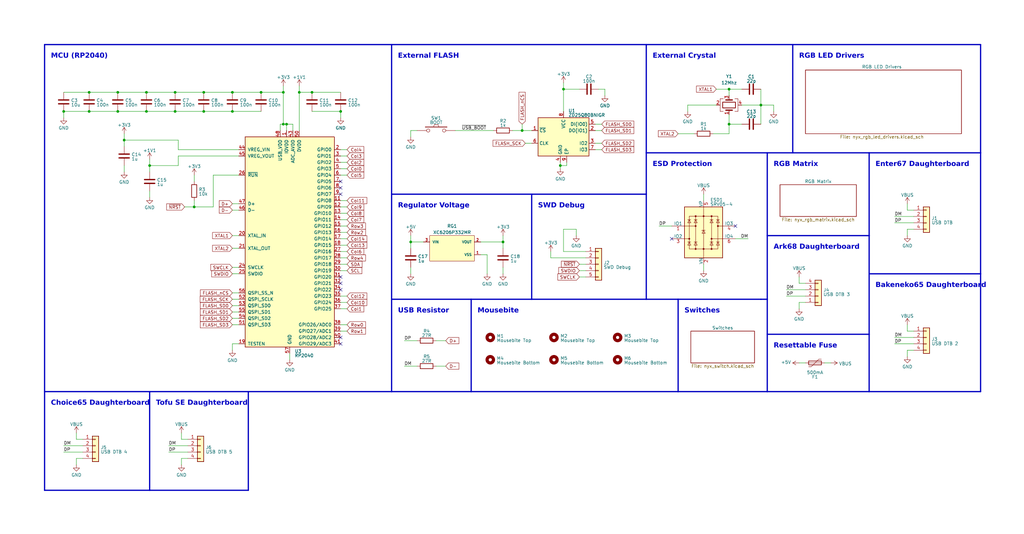
<source format=kicad_sch>
(kicad_sch (version 20220404) (generator eeschema)
  (paper "User" 408.508 213.004)
  (title_block (title "Nyx") (date "2023-08-05") (rev "2") (comment 1 "Copyright © 2023 HorrorTroll") (comment 2 "GPL2 License"))
  (junction (at 69.85 44.45))
  (junction (at 35.56 36.83))
  (junction (at 46.99 44.45))
  (junction (at 77.47 82.55))
  (junction (at 290.83 49.53))
  (junction (at 119.38 36.83))
  (junction (at 25.4 44.45))
  (junction (at 58.42 36.83))
  (junction (at 135.89 44.45))
  (junction (at 104.14 36.83))
  (junction (at 303.53 41.91))
  (junction (at 200.66 96.52))
  (junction (at 124.46 36.83))
  (junction (at 92.71 44.45))
  (junction (at 163.83 96.52))
  (junction (at 114.3 49.53))
  (junction (at 35.56 44.45))
  (junction (at 81.28 44.45))
  (junction (at 224.79 35.56))
  (junction (at 113.03 36.83))
  (junction (at 208.28 52.07))
  (junction (at 113.03 49.53))
  (junction (at 46.99 36.83))
  (junction (at 290.83 35.56))
  (junction (at 69.85 36.83))
  (junction (at 223.52 66.04))
  (junction (at 92.71 36.83))
  (junction (at 49.53 55.88))
  (junction (at 59.69 66.04))
  (junction (at 58.42 44.45))
  (junction (at 81.28 36.83))
  (no_connect (at 135.89 137.16))
  (no_connect (at 135.89 77.47))
  (no_connect (at 135.89 74.93))
  (no_connect (at 135.89 134.62))
  (no_connect (at 135.89 115.57))
  (no_connect (at 135.89 113.03))
  (no_connect (at 135.89 72.39))
  (no_connect (at 267.97 95.25))
  (no_connect (at 293.37 90.17))
  (no_connect (at 135.89 110.49))
  (polyline (pts (xy 257.81 60.96) (xy 257.81 17.78)) (stroke (width 0.5) (type solid)))
  (wire (pts (xy 135.89 95.25) (xy 138.43 95.25)))
  (wire (pts (xy 92.71 81.28) (xy 95.25 81.28)))
  (polyline (pts (xy 391.16 109.22) (xy 391.16 156.21)) (stroke (width 0.5) (type solid)))
  (wire (pts (xy 77.47 82.55) (xy 85.09 82.55)))
  (wire (pts (xy 33.02 175.26) (xy 30.48 175.26)))
  (wire (pts (xy 163.83 106.68) (xy 163.83 109.22)))
  (wire (pts (xy 224.79 35.56) (xy 231.14 35.56)))
  (wire (pts (xy 71.12 59.69) (xy 95.25 59.69)))
  (wire (pts (xy 72.39 172.72) (xy 72.39 175.26)))
  (polyline (pts (xy 303.53 119.38) (xy 306.07 119.38)) (stroke (width 0.5) (type solid)))
  (wire (pts (xy 58.42 36.83) (xy 69.85 36.83)))
  (wire (pts (xy 177.8 135.89) (xy 173.99 135.89)))
  (wire (pts (xy 135.89 129.54) (xy 138.43 129.54)))
  (wire (pts (xy 92.71 99.06) (xy 95.25 99.06)))
  (wire (pts (xy 33.02 182.88) (xy 30.48 182.88)))
  (wire (pts (xy 135.89 59.69) (xy 138.43 59.69)))
  (wire (pts (xy 361.95 81.28) (xy 361.95 83.82)))
  (polyline (pts (xy 17.78 156.21) (xy 17.78 195.58)) (stroke (width 0.5) (type solid)))
  (polyline (pts (xy 156.21 77.47) (xy 212.09 77.47)) (stroke (width 0.5) (type solid)))
  (wire (pts (xy 181.61 52.07) (xy 196.85 52.07)))
  (wire (pts (xy 119.38 36.83) (xy 124.46 36.83)))
  (wire (pts (xy 233.68 100.33) (xy 224.79 100.33)))
  (wire (pts (xy 204.47 52.07) (xy 208.28 52.07)))
  (polyline (pts (xy 17.78 17.78) (xy 156.21 17.78)) (stroke (width 0.5) (type solid)))
  (wire (pts (xy 30.48 182.88) (xy 30.48 185.42)))
  (wire (pts (xy 49.53 66.04) (xy 49.53 68.58)))
  (polyline (pts (xy 187.96 156.21) (xy 156.21 156.21)) (stroke (width 0.5) (type solid)))
  (wire (pts (xy 208.28 52.07) (xy 212.09 52.07)))
  (wire (pts (xy 318.77 120.65) (xy 318.77 123.19)))
  (wire (pts (xy 219.71 102.87) (xy 233.68 102.87)))
  (wire (pts (xy 92.71 116.84) (xy 95.25 116.84)))
  (wire (pts (xy 238.76 35.56) (xy 241.3 35.56)))
  (wire (pts (xy 237.49 57.15) (xy 240.03 57.15)))
  (wire (pts (xy 224.79 100.33) (xy 224.79 91.44)))
  (wire (pts (xy 135.89 120.65) (xy 138.43 120.65)))
  (wire (pts (xy 231.14 105.41) (xy 233.68 105.41)))
  (wire (pts (xy 114.3 49.53) (xy 114.3 52.07)))
  (polyline (pts (xy 187.96 119.38) (xy 156.21 119.38)) (stroke (width 0.5) (type solid)))
  (wire (pts (xy 313.69 115.57) (xy 321.31 115.57)))
  (wire (pts (xy 223.52 66.04) (xy 223.52 67.31)))
  (polyline (pts (xy 257.81 119.38) (xy 212.09 119.38)) (stroke (width 0.5) (type solid)))
  (wire (pts (xy 114.3 49.53) (xy 113.03 49.53)))
  (polyline (pts (xy 156.21 17.78) (xy 257.81 17.78)) (stroke (width 0.5) (type solid)))
  (wire (pts (xy 119.38 34.29) (xy 119.38 36.83)))
  (wire (pts (xy 223.52 66.04) (xy 226.06 66.04)))
  (wire (pts (xy 25.4 44.45) (xy 25.4 46.99)))
  (wire (pts (xy 231.14 107.95) (xy 233.68 107.95)))
  (wire (pts (xy 364.49 91.44) (xy 361.95 91.44)))
  (polyline (pts (xy 346.71 60.96) (xy 391.16 60.96)) (stroke (width 0.5) (type solid)))
  (wire (pts (xy 356.87 134.62) (xy 364.49 134.62)))
  (wire (pts (xy 138.43 80.01) (xy 135.89 80.01)))
  (wire (pts (xy 69.85 36.83) (xy 81.28 36.83)))
  (wire (pts (xy 92.71 119.38) (xy 95.25 119.38)))
  (wire (pts (xy 241.3 35.56) (xy 241.3 38.1)))
  (wire (pts (xy 92.71 121.92) (xy 95.25 121.92)))
  (wire (pts (xy 135.89 90.17) (xy 138.43 90.17)))
  (wire (pts (xy 92.71 36.83) (xy 104.14 36.83)))
  (polyline (pts (xy 156.21 77.47) (xy 156.21 17.78)) (stroke (width 0.5) (type solid)))
  (wire (pts (xy 200.66 96.52) (xy 200.66 99.06)))
  (wire (pts (xy 226.06 66.04) (xy 226.06 64.77)))
  (wire (pts (xy 25.4 36.83) (xy 35.56 36.83)))
  (wire (pts (xy 191.77 96.52) (xy 200.66 96.52)))
  (wire (pts (xy 290.83 35.56) (xy 290.83 38.1)))
  (polyline (pts (xy 17.78 156.21) (xy 17.78 17.78)) (stroke (width 0.5) (type solid)))
  (wire (pts (xy 72.39 182.88) (xy 72.39 185.42)))
  (polyline (pts (xy 257.81 77.47) (xy 257.81 60.96)) (stroke (width 0.5) (type solid)))
  (wire (pts (xy 85.09 82.55) (xy 85.09 69.85)))
  (wire (pts (xy 73.66 82.55) (xy 77.47 82.55)))
  (wire (pts (xy 274.32 41.91) (xy 285.75 41.91)))
  (wire (pts (xy 280.67 77.47) (xy 280.67 80.01)))
  (wire (pts (xy 200.66 106.68) (xy 200.66 109.22)))
  (wire (pts (xy 364.49 139.7) (xy 361.95 139.7)))
  (wire (pts (xy 135.89 118.11) (xy 138.43 118.11)))
  (wire (pts (xy 95.25 137.16) (xy 92.71 137.16)))
  (wire (pts (xy 77.47 82.55) (xy 77.47 80.01)))
  (polyline (pts (xy 17.78 195.58) (xy 59.69 195.58)) (stroke (width 0.5) (type solid)))
  (wire (pts (xy 49.53 55.88) (xy 49.53 58.42)))
  (polyline (pts (xy 270.51 156.21) (xy 187.96 156.21)) (stroke (width 0.5) (type solid)))
  (wire (pts (xy 318.77 144.78) (xy 321.31 144.78)))
  (wire (pts (xy 194.31 101.6) (xy 194.31 109.22)))
  (wire (pts (xy 135.89 123.19) (xy 138.43 123.19)))
  (wire (pts (xy 92.71 83.82) (xy 95.25 83.82)))
  (wire (pts (xy 67.31 177.8) (xy 74.93 177.8)))
  (wire (pts (xy 25.4 177.8) (xy 33.02 177.8)))
  (wire (pts (xy 356.87 137.16) (xy 364.49 137.16)))
  (polyline (pts (xy 391.16 17.78) (xy 391.16 60.96)) (stroke (width 0.5) (type solid)))
  (wire (pts (xy 237.49 49.53) (xy 240.03 49.53)))
  (wire (pts (xy 209.55 57.15) (xy 212.09 57.15)))
  (polyline (pts (xy 270.51 119.38) (xy 257.81 119.38)) (stroke (width 0.5) (type solid)))
  (wire (pts (xy 81.28 36.83) (xy 92.71 36.83)))
  (wire (pts (xy 313.69 118.11) (xy 321.31 118.11)))
  (wire (pts (xy 25.4 44.45) (xy 35.56 44.45)))
  (wire (pts (xy 77.47 69.85) (xy 77.47 72.39)))
  (wire (pts (xy 280.67 105.41) (xy 280.67 107.95)))
  (wire (pts (xy 361.95 129.54) (xy 361.95 132.08)))
  (wire (pts (xy 284.48 53.34) (xy 290.83 53.34)))
  (wire (pts (xy 92.71 124.46) (xy 95.25 124.46)))
  (wire (pts (xy 135.89 85.09) (xy 138.43 85.09)))
  (wire (pts (xy 135.89 100.33) (xy 138.43 100.33)))
  (wire (pts (xy 318.77 110.49) (xy 318.77 113.03)))
  (wire (pts (xy 177.8 146.05) (xy 173.99 146.05)))
  (wire (pts (xy 59.69 66.04) (xy 71.12 66.04)))
  (wire (pts (xy 135.89 64.77) (xy 138.43 64.77)))
  (wire (pts (xy 295.91 41.91) (xy 303.53 41.91)))
  (polyline (pts (xy 270.51 156.21) (xy 270.51 119.38)) (stroke (width 0.5) (type solid)))
  (wire (pts (xy 163.83 96.52) (xy 168.91 96.52)))
  (wire (pts (xy 208.28 49.53) (xy 208.28 52.07)))
  (wire (pts (xy 135.89 82.55) (xy 138.43 82.55)))
  (wire (pts (xy 35.56 36.83) (xy 46.99 36.83)))
  (polyline (pts (xy 346.71 93.98) (xy 346.71 60.96)) (stroke (width 0.5) (type solid)))
  (wire (pts (xy 318.77 113.03) (xy 321.31 113.03)))
  (wire (pts (xy 161.29 135.89) (xy 166.37 135.89)))
  (polyline (pts (xy 391.16 109.22) (xy 346.71 109.22)) (stroke (width 0.5) (type solid)))
  (wire (pts (xy 163.83 52.07) (xy 163.83 54.61)))
  (wire (pts (xy 59.69 66.04) (xy 59.69 63.5)))
  (wire (pts (xy 113.03 49.53) (xy 111.76 49.53)))
  (wire (pts (xy 92.71 109.22) (xy 95.25 109.22)))
  (wire (pts (xy 135.89 87.63) (xy 138.43 87.63)))
  (wire (pts (xy 191.77 101.6) (xy 194.31 101.6)))
  (wire (pts (xy 328.93 144.78) (xy 331.47 144.78)))
  (polyline (pts (xy 391.16 60.96) (xy 391.16 109.22)) (stroke (width 0.5) (type solid)))
  (wire (pts (xy 115.57 140.97) (xy 115.57 143.51)))
  (wire (pts (xy 35.56 44.45) (xy 46.99 44.45)))
  (wire (pts (xy 290.83 53.34) (xy 290.83 49.53)))
  (polyline (pts (xy 316.23 60.96) (xy 257.81 60.96)) (stroke (width 0.5) (type solid)))
  (wire (pts (xy 92.71 127) (xy 95.25 127)))
  (wire (pts (xy 92.71 137.16) (xy 92.71 139.7)))
  (polyline (pts (xy 391.16 17.78) (xy 316.23 17.78)) (stroke (width 0.5) (type solid)))
  (wire (pts (xy 361.95 91.44) (xy 361.95 93.98)))
  (wire (pts (xy 219.71 100.33) (xy 219.71 102.87)))
  (wire (pts (xy 71.12 55.88) (xy 71.12 59.69)))
  (polyline (pts (xy 346.71 156.21) (xy 346.71 133.35)) (stroke (width 0.5) (type solid)))
  (polyline (pts (xy 156.21 156.21) (xy 156.21 119.38)) (stroke (width 0.5) (type solid)))
  (wire (pts (xy 81.28 44.45) (xy 92.71 44.45)))
  (wire (pts (xy 224.79 33.02) (xy 224.79 35.56)))
  (polyline (pts (xy 306.07 119.38) (xy 306.07 156.21)) (stroke (width 0.5) (type solid)))
  (wire (pts (xy 59.69 66.04) (xy 59.69 68.58)))
  (wire (pts (xy 119.38 36.83) (xy 119.38 52.07)))
  (wire (pts (xy 293.37 95.25) (xy 298.45 95.25)))
  (wire (pts (xy 356.87 88.9) (xy 364.49 88.9)))
  (wire (pts (xy 49.53 53.34) (xy 49.53 55.88)))
  (wire (pts (xy 135.89 132.08) (xy 138.43 132.08)))
  (wire (pts (xy 303.53 41.91) (xy 308.61 41.91)))
  (polyline (pts (xy 212.09 119.38) (xy 212.09 77.47)) (stroke (width 0.5) (type solid)))
  (wire (pts (xy 135.89 67.31) (xy 138.43 67.31)))
  (wire (pts (xy 237.49 59.69) (xy 240.03 59.69)))
  (wire (pts (xy 223.52 66.04) (xy 223.52 64.77)))
  (wire (pts (xy 71.12 66.04) (xy 71.12 62.23)))
  (wire (pts (xy 135.89 92.71) (xy 138.43 92.71)))
  (wire (pts (xy 46.99 44.45) (xy 58.42 44.45)))
  (polyline (pts (xy 316.23 17.78) (xy 257.81 17.78)) (stroke (width 0.5) (type solid)))
  (wire (pts (xy 231.14 110.49) (xy 233.68 110.49)))
  (wire (pts (xy 290.83 45.72) (xy 290.83 49.53)))
  (polyline (pts (xy 346.71 60.96) (xy 316.23 60.96)) (stroke (width 0.5) (type solid)))
  (wire (pts (xy 135.89 97.79) (xy 138.43 97.79)))
  (polyline (pts (xy 156.21 156.21) (xy 17.78 156.21)) (stroke (width 0.5) (type solid)))
  (wire (pts (xy 308.61 41.91) (xy 308.61 44.45)))
  (wire (pts (xy 74.93 175.26) (xy 72.39 175.26)))
  (polyline (pts (xy 99.06 195.58) (xy 99.06 156.21)) (stroke (width 0.5) (type solid)))
  (polyline (pts (xy 156.21 119.38) (xy 156.21 77.47)) (stroke (width 0.5) (type solid)))
  (polyline (pts (xy 59.69 195.58) (xy 99.06 195.58)) (stroke (width 0.5) (type solid)))
  (wire (pts (xy 92.71 106.68) (xy 95.25 106.68)))
  (wire (pts (xy 290.83 35.56) (xy 295.91 35.56)))
  (wire (pts (xy 113.03 36.83) (xy 113.03 49.53)))
  (wire (pts (xy 163.83 93.98) (xy 163.83 96.52)))
  (wire (pts (xy 224.79 35.56) (xy 224.79 44.45)))
  (wire (pts (xy 74.93 182.88) (xy 72.39 182.88)))
  (wire (pts (xy 135.89 69.85) (xy 138.43 69.85)))
  (wire (pts (xy 92.71 44.45) (xy 104.14 44.45)))
  (wire (pts (xy 321.31 120.65) (xy 318.77 120.65)))
  (polyline (pts (xy 59.69 195.58) (xy 59.69 156.21)) (stroke (width 0.5) (type solid)))
  (polyline (pts (xy 306.07 93.98) (xy 306.07 60.96)) (stroke (width 0.5) (type solid)))
  (wire (pts (xy 49.53 55.88) (xy 71.12 55.88)))
  (wire (pts (xy 92.71 93.98) (xy 95.25 93.98)))
  (wire (pts (xy 58.42 44.45) (xy 69.85 44.45)))
  (wire (pts (xy 200.66 93.98) (xy 200.66 96.52)))
  (wire (pts (xy 224.79 91.44) (xy 229.87 91.44)))
  (wire (pts (xy 303.53 35.56) (xy 303.53 41.91)))
  (wire (pts (xy 356.87 86.36) (xy 364.49 86.36)))
  (polyline (pts (xy 346.71 93.98) (xy 306.07 93.98)) (stroke (width 0.5) (type solid)))
  (wire (pts (xy 135.89 102.87) (xy 138.43 102.87)))
  (wire (pts (xy 135.89 105.41) (xy 138.43 105.41)))
  (wire (pts (xy 285.75 35.56) (xy 290.83 35.56)))
  (wire (pts (xy 364.49 132.08) (xy 361.95 132.08)))
  (polyline (pts (xy 346.71 156.21) (xy 391.16 156.21)) (stroke (width 0.5) (type solid)))
  (wire (pts (xy 69.85 44.45) (xy 81.28 44.45)))
  (wire (pts (xy 364.49 83.82) (xy 361.95 83.82)))
  (wire (pts (xy 361.95 139.7) (xy 361.95 142.24)))
  (wire (pts (xy 274.32 41.91) (xy 274.32 44.45)))
  (wire (pts (xy 290.83 49.53) (xy 295.91 49.53)))
  (wire (pts (xy 270.51 53.34) (xy 276.86 53.34)))
  (polyline (pts (xy 212.09 119.38) (xy 187.96 119.38)) (stroke (width 0.5) (type solid)))
  (polyline (pts (xy 316.23 60.96) (xy 316.23 17.78)) (stroke (width 0.5) (type solid)))
  (polyline (pts (xy 346.71 156.21) (xy 306.07 156.21)) (stroke (width 0.5) (type solid)))
  (wire (pts (xy 25.4 180.34) (xy 33.02 180.34)))
  (wire (pts (xy 163.83 96.52) (xy 163.83 99.06)))
  (wire (pts (xy 46.99 36.83) (xy 58.42 36.83)))
  (polyline (pts (xy 257.81 119.38) (xy 257.81 77.47)) (stroke (width 0.5) (type solid)))
  (wire (pts (xy 30.48 172.72) (xy 30.48 175.26)))
  (wire (pts (xy 92.71 129.54) (xy 95.25 129.54)))
  (polyline (pts (xy 306.07 119.38) (xy 306.07 93.98)) (stroke (width 0.5) (type solid)))
  (polyline (pts (xy 270.51 119.38) (xy 303.53 119.38)) (stroke (width 0.5) (type solid)))
  (wire (pts (xy 135.89 62.23) (xy 138.43 62.23)))
  (wire (pts (xy 229.87 91.44) (xy 229.87 93.98)))
  (wire (pts (xy 67.31 180.34) (xy 74.93 180.34)))
  (wire (pts (xy 71.12 62.23) (xy 95.25 62.23)))
  (wire (pts (xy 135.89 44.45) (xy 135.89 46.99)))
  (wire (pts (xy 116.84 49.53) (xy 114.3 49.53)))
  (wire (pts (xy 104.14 36.83) (xy 113.03 36.83)))
  (wire (pts (xy 59.69 76.2) (xy 59.69 78.74)))
  (wire (pts (xy 262.89 90.17) (xy 267.97 90.17)))
  (wire (pts (xy 135.89 107.95) (xy 138.43 107.95)))
  (wire (pts (xy 161.29 146.05) (xy 166.37 146.05)))
  (wire (pts (xy 124.46 44.45) (xy 135.89 44.45)))
  (wire (pts (xy 166.37 52.07) (xy 163.83 52.07)))
  (polyline (pts (xy 187.96 156.21) (xy 187.96 119.38)) (stroke (width 0.5) (type solid)))
  (wire (pts (xy 124.46 36.83) (xy 135.89 36.83)))
  (wire (pts (xy 237.49 52.07) (xy 240.03 52.07)))
  (polyline (pts (xy 306.07 156.21) (xy 270.51 156.21)) (stroke (width 0.5) (type solid)))
  (wire (pts (xy 116.84 52.07) (xy 116.84 49.53)))
  (polyline (pts (xy 257.81 77.47) (xy 212.09 77.47)) (stroke (width 0.5) (type solid)))
  (wire (pts (xy 85.09 69.85) (xy 95.25 69.85)))
  (polyline (pts (xy 346.71 133.35) (xy 346.71 93.98)) (stroke (width 0.5) (type solid)))
  (polyline (pts (xy 346.71 133.35) (xy 306.07 133.35)) (stroke (width 0.5) (type solid)))
  (wire (pts (xy 111.76 49.53) (xy 111.76 52.07)))
  (wire (pts (xy 113.03 34.29) (xy 113.03 36.83)))
  (wire (pts (xy 303.53 41.91) (xy 303.53 49.53)))
  (text "Switches" (at 273.05 125.73 0) (effects (font (size 2 2) (thickness 0.4) bold) (justify left bottom)))
  (text "Enter67 Daughterboard" (at 349.25 67.31 0) (effects (font (size 2 2) (thickness 0.4) bold) (justify left bottom)))
  (text "MCU (RP2040)" (at 20.32 24.13 0) (effects (font (size 2 2) (thickness 0.4) bold) (justify left bottom)))
  (text "External Crystal" (at 260.35 24.13 0) (effects (font (size 2 2) (thickness 0.4) bold) (justify left bottom)))
  (text "RGB Matrix" (at 308.61 67.31 0) (effects (font (size 2 2) (thickness 0.4) bold) (justify left bottom)))
  (text "USB Resistor" (at 158.75 125.73 0) (effects (font (size 2 2) (thickness 0.4) bold) (justify left bottom)))
  (text "Choice65 Daughterboard" (at 20.32 162.56 0) (effects (font (size 2 2) (thickness 0.4) bold) (justify left bottom)))
  (text "Mousebite" (at 190.5 125.73 0) (effects (font (size 2 2) (thickness 0.4) bold) (justify left bottom)))
  (text "Bakeneko65 Daughterboard" (at 349.25 115.57 0) (effects (font (size 2 2) (thickness 0.4) bold) (justify left bottom)))
  (text "Resettable Fuse" (at 308.61 139.7 0) (effects (font (size 2 2) (thickness 0.4) bold) (justify left bottom)))
  (text "ESD Protection" (at 260.35 67.31 0) (effects (font (size 2 2) (thickness 0.4) bold) (justify left bottom)))
  (text "Tofu SE Daughterboard" (at 62.23 162.56 0) (effects (font (size 2 2) (thickness 0.4) bold) (justify left bottom)))
  (text "Ark68 Daughterboard" (at 308.61 100.33 0) (effects (font (size 2 2) (thickness 0.4) bold) (justify left bottom)))
  (text "RGB LED Drivers" (at 318.77 24.13 0) (effects (font (size 2 2) (thickness 0.4) bold) (justify left bottom)))
  (text "SWD Debug" (at 214.63 83.82 0) (effects (font (size 2 2) (thickness 0.4) bold) (justify left bottom)))
  (text "Regulator Voltage" (at 158.75 83.82 0) (effects (font (size 2 2) (thickness 0.4) bold) (justify left bottom)))
  (text "External FLASH" (at 158.75 24.13 0) (effects (font (size 2 2) (thickness 0.4) bold) (justify left bottom)))
  (label "DM" (at 356.87 86.36 0))
  (label "DP" (at 262.89 90.17 0))
  (label "DP" (at 67.31 180.34 0))
  (label "DM" (at 161.29 146.05 0))
  (label "DP" (at 356.87 137.16 0))
  (label "DP" (at 356.87 88.9 0))
  (label "~{USB_BOOT}" (at 184.15 52.07 0))
  (label "DM" (at 298.45 95.25 0))
  (label "DP" (at 161.29 135.89 0))
  (label "DM" (at 25.4 177.8 0))
  (label "DM" (at 356.87 134.62 0))
  (label "DP" (at 313.69 118.11 0))
  (label "DM" (at 313.69 115.57 0))
  (label "DM" (at 67.31 177.8 0))
  (label "DP" (at 25.4 180.34 0))
  (global_label "SWDIO" (shape input) (at 92.71 109.22 180) (property "Intersheetrefs" "${INTERSHEET_REFS}" (effects hide)))
  (global_label "Row0" (shape input) (at 138.43 129.54 0) (property "Intersheetrefs" "${INTERSHEET_REFS}" (effects hide)))
  (global_label "Col13" (shape input) (at 138.43 97.79 0) (property "Intersheetrefs" "${INTERSHEET_REFS}" (effects hide)))
  (global_label "Col3" (shape input) (at 138.43 62.23 0) (property "Intersheetrefs" "${INTERSHEET_REFS}" (effects hide)))
  (global_label "FLASH_SCK" (shape input) (at 209.55 57.15 180) (property "Intersheetrefs" "${INTERSHEET_REFS}" (effects hide)))
  (global_label "FLASH_SD1" (shape input) (at 92.71 124.46 180) (property "Intersheetrefs" "${INTERSHEET_REFS}" (effects hide)))
  (global_label "Col7" (shape input) (at 138.43 87.63 0) (property "Intersheetrefs" "${INTERSHEET_REFS}" (effects hide)))
  (global_label "FLASH_SD3" (shape input) (at 92.71 129.54 180) (property "Intersheetrefs" "${INTERSHEET_REFS}" (effects hide)))
  (global_label "Col12" (shape input) (at 138.43 118.11 0) (property "Intersheetrefs" "${INTERSHEET_REFS}" (effects hide)))
  (global_label "Col11" (shape input) (at 138.43 80.01 0) (property "Intersheetrefs" "${INTERSHEET_REFS}" (effects hide)))
  (global_label "Col10" (shape input) (at 138.43 120.65 0) (property "Intersheetrefs" "${INTERSHEET_REFS}" (effects hide)))
  (global_label "XTAL1" (shape input) (at 285.75 35.56 180) (property "Intersheetrefs" "${INTERSHEET_REFS}" (effects hide)))
  (global_label "~{NRST}" (shape input) (at 73.66 82.55 180) (property "Intersheetrefs" "${INTERSHEET_REFS}" (effects hide)))
  (global_label "XTAL1" (shape input) (at 92.71 93.98 180) (property "Intersheetrefs" "${INTERSHEET_REFS}" (effects hide)))
  (global_label "FLASH_SD2" (shape input) (at 92.71 127 180) (property "Intersheetrefs" "${INTERSHEET_REFS}" (effects hide)))
  (global_label "FLASH_SD3" (shape input) (at 240.03 59.69 0) (property "Intersheetrefs" "${INTERSHEET_REFS}" (effects hide)))
  (global_label "Col6" (shape input) (at 138.43 100.33 0) (property "Intersheetrefs" "${INTERSHEET_REFS}" (effects hide)))
  (global_label "Row4" (shape input) (at 138.43 102.87 0) (property "Intersheetrefs" "${INTERSHEET_REFS}" (effects hide)))
  (global_label "D+" (shape input) (at 92.71 81.28 180) (property "Intersheetrefs" "${INTERSHEET_REFS}" (effects hide)))
  (global_label "FLASH_SD0" (shape input) (at 92.71 121.92 180) (property "Intersheetrefs" "${INTERSHEET_REFS}" (effects hide)))
  (global_label "FLASH_SD2" (shape input) (at 240.03 57.15 0) (property "Intersheetrefs" "${INTERSHEET_REFS}" (effects hide)))
  (global_label "SWDIO" (shape input) (at 231.14 107.95 180) (property "Intersheetrefs" "${INTERSHEET_REFS}" (effects hide)))
  (global_label "D-" (shape input) (at 177.8 146.05 0) (property "Intersheet References" "${INTERSHEET_REFS}" (effects hide)))
  (global_label "Row2" (shape input) (at 138.43 92.71 0) (property "Intersheetrefs" "${INTERSHEET_REFS}" (effects hide)))
  (global_label "FLASH_SD0" (shape input) (at 240.03 49.53 0) (property "Intersheetrefs" "${INTERSHEET_REFS}" (effects hide)))
  (global_label "Col4" (shape input) (at 138.43 59.69 0) (property "Intersheetrefs" "${INTERSHEET_REFS}" (effects hide)))
  (global_label "Row3" (shape input) (at 138.43 90.17 0) (property "Intersheetrefs" "${INTERSHEET_REFS}" (effects hide)))
  (global_label "Col2" (shape input) (at 138.43 64.77 0) (property "Intersheetrefs" "${INTERSHEET_REFS}" (effects hide)))
  (global_label "XTAL2" (shape input) (at 270.51 53.34 180) (property "Intersheetrefs" "${INTERSHEET_REFS}" (effects hide)))
  (global_label "SWCLK" (shape input) (at 231.14 110.49 180) (property "Intersheetrefs" "${INTERSHEET_REFS}" (effects hide)))
  (global_label "XTAL2" (shape input) (at 92.71 99.06 180) (property "Intersheetrefs" "${INTERSHEET_REFS}" (effects hide)))
  (global_label "FLASH_SD1" (shape input) (at 240.03 52.07 0) (property "Intersheetrefs" "${INTERSHEET_REFS}" (effects hide)))
  (global_label "~{NRST}" (shape input) (at 231.14 105.41 180) (property "Intersheetrefs" "${INTERSHEET_REFS}" (effects hide)))
  (global_label "Col9" (shape input) (at 138.43 82.55 0) (property "Intersheetrefs" "${INTERSHEET_REFS}" (effects hide)))
  (global_label "Col5" (shape input) (at 138.43 69.85 0) (property "Intersheetrefs" "${INTERSHEET_REFS}" (effects hide)))
  (global_label "SWCLK" (shape input) (at 92.71 106.68 180) (property "Intersheetrefs" "${INTERSHEET_REFS}" (effects hide)))
  (global_label "Col1" (shape input) (at 138.43 123.19 0) (property "Intersheetrefs" "${INTERSHEET_REFS}" (effects hide)))
  (global_label "SDA" (shape input) (at 138.43 105.41 0) (property "Intersheetrefs" "${INTERSHEET_REFS}" (effects hide)))
  (global_label "D+" (shape input) (at 177.8 135.89 0) (property "Intersheet References" "${INTERSHEET_REFS}" (effects hide)))
  (global_label "FLASH_SCK" (shape input) (at 92.71 119.38 180) (property "Intersheetrefs" "${INTERSHEET_REFS}" (effects hide)))
  (global_label "D-" (shape input) (at 92.71 83.82 180) (property "Intersheetrefs" "${INTERSHEET_REFS}" (effects hide)))
  (global_label "Row1" (shape input) (at 138.43 132.08 0) (property "Intersheetrefs" "${INTERSHEET_REFS}" (effects hide)))
  (global_label "FLASH_nCS" (shape input) (at 92.71 116.84 180) (property "Intersheetrefs" "${INTERSHEET_REFS}" (effects hide)))
  (global_label "Col0" (shape input) (at 138.43 67.31 0) (property "Intersheetrefs" "${INTERSHEET_REFS}" (effects hide)))
  (global_label "SCL" (shape input) (at 138.43 107.95 0) (property "Intersheetrefs" "${INTERSHEET_REFS}" (effects hide)))
  (global_label "Col14" (shape input) (at 138.43 95.25 0) (property "Intersheetrefs" "${INTERSHEET_REFS}" (effects hide)))
  (global_label "FLASH_nCS" (shape input) (at 208.28 49.53 90) (property "Intersheetrefs" "${INTERSHEET_REFS}" (effects hide)))
  (global_label "Col8" (shape input) (at 138.43 85.09 0) (property "Intersheetrefs" "${INTERSHEET_REFS}" (effects hide)))
  (symbol (lib_id "power:GND") (at 25.4 46.99 0) (unit 1)
    (default_instance (reference "#PWR") (unit 1) (value "GND") (footprint ""))
    (property "Reference" "#PWR0104" (effects hide))
    (property "Value" "GND" (at 25.4 51.0461 0))
  )
  (symbol (lib_id "Device:C") (at 35.56 40.64 0) (unit 1)
    (default_instance (reference "C") (unit 1) (value "C") (footprint ""))
    (property "Reference" "C4" (at 38.481 40.0455 0) (effects (justify left)))
    (property "Value" "100n" (at 38.481 41.8077 0) (effects (justify left)))
    (property "Footprint" "Capacitor_SMD:C_0402_1005Metric" (effects hide))
    (property "LCSC Part Number" "C307331" (effects hide))
  )
  (symbol (lib_id "power:GND") (at 163.83 54.61 0) (unit 1)
    (default_instance (reference "#PWR") (unit 1) (value "GND") (footprint ""))
    (property "Reference" "#PWR0117" (effects hide))
    (property "Value" "GND" (at 163.83 58.6661 0))
  )
  (symbol (lib_id "power:GND") (at 30.48 185.42 0) (unit 1)
    (default_instance (reference "#PWR") (unit 1) (value "GND") (footprint ""))
    (property "Reference" "#PWR019" (effects hide))
    (property "Value" "GND" (at 30.48 189.4761 0))
  )
  (symbol (lib_id "power:GND") (at 92.71 139.7 0) (unit 1)
    (default_instance (reference "#PWR") (unit 1) (value "GND") (footprint ""))
    (property "Reference" "#PWR0105" (effects hide))
    (property "Value" "GND" (at 92.71 143.7561 0))
  )
  (symbol (lib_id "power:VBUS") (at 361.95 129.54 0) (unit 1)
    (default_instance (reference "#PWR") (unit 1) (value "VBUS") (footprint ""))
    (property "Reference" "#PWR05" (effects hide))
    (property "Value" "VBUS" (at 361.95 126.0571 0))
  )
  (symbol (lib_id "power:GND") (at 361.95 142.24 0) (unit 1)
    (default_instance (reference "#PWR") (unit 1) (value "GND") (footprint ""))
    (property "Reference" "#PWR06" (effects hide))
    (property "Value" "GND" (at 361.95 146.2961 0))
  )
  (symbol (lib_id "power:VBUS") (at 30.48 172.72 0) (unit 1)
    (default_instance (reference "#PWR") (unit 1) (value "VBUS") (footprint ""))
    (property "Reference" "#PWR01" (effects hide))
    (property "Value" "VBUS" (at 30.48 169.2371 0))
  )
  (symbol (lib_id "Device:C") (at 81.28 40.64 0) (unit 1)
    (default_instance (reference "C") (unit 1) (value "C") (footprint ""))
    (property "Reference" "C8" (at 84.201 40.0455 0) (effects (justify left)))
    (property "Value" "100n" (at 84.201 41.8077 0) (effects (justify left)))
    (property "Footprint" "Capacitor_SMD:C_0402_1005Metric" (effects hide))
    (property "LCSC Part Number" "C307331" (effects hide))
  )
  (symbol (lib_id "Device:C") (at 49.53 62.23 0) (unit 1)
    (default_instance (reference "C") (unit 1) (value "C") (footprint ""))
    (property "Reference" "C14" (at 52.451 61.6355 0) (effects (justify left)))
    (property "Value" "1u" (at 52.451 63.3977 0) (effects (justify left)))
    (property "Footprint" "Capacitor_SMD:C_0402_1005Metric" (effects hide))
    (property "LCSC Part Number" "C52923" (effects hide))
  )
  (symbol (lib_id "Device:C") (at 58.42 40.64 0) (unit 1)
    (default_instance (reference "C") (unit 1) (value "C") (footprint ""))
    (property "Reference" "C6" (at 61.341 40.0455 0) (effects (justify left)))
    (property "Value" "100n" (at 61.341 41.8077 0) (effects (justify left)))
    (property "Footprint" "Capacitor_SMD:C_0402_1005Metric" (effects hide))
    (property "LCSC Part Number" "C307331" (effects hide))
  )
  (symbol (lib_id "Device:C") (at 69.85 40.64 0) (unit 1)
    (default_instance (reference "C") (unit 1) (value "C") (footprint ""))
    (property "Reference" "C7" (at 72.771 40.0455 0) (effects (justify left)))
    (property "Value" "100n" (at 72.771 41.8077 0) (effects (justify left)))
    (property "Footprint" "Capacitor_SMD:C_0402_1005Metric" (effects hide))
    (property "LCSC Part Number" "C307331" (effects hide))
  )
  (symbol (lib_id "Device:Polyfuse") (at 325.12 144.78 270) (unit 1)
    (default_instance (reference "F") (unit 1) (value "Polyfuse") (footprint ""))
    (property "Reference" "F1" (at 325.12 150.3522 90))
    (property "Value" "500mA" (at 325.12 148.59 90))
    (property "Footprint" "Fuse:Fuse_0805_2012Metric" (effects hide))
    (property "LCSC Part Number" "C269104" (effects hide))
  )
  (symbol (lib_id "power:VBUS") (at 361.95 81.28 0) (unit 1)
    (default_instance (reference "#PWR") (unit 1) (value "VBUS") (footprint ""))
    (property "Reference" "#PWR0134" (effects hide))
    (property "Value" "VBUS" (at 361.95 77.7971 0))
  )
  (symbol (lib_id "Mechanical:MountingHole") (at 195.58 134.62 0) (unit 1)
    (default_instance (reference "H") (unit 1) (value "MountingHole") (footprint ""))
    (property "Reference" "M1" (at 198.12 134.0255 0) (effects (justify left)))
    (property "Value" "Mousebite Top" (at 198.12 135.7877 0) (effects (justify left)))
    (property "Footprint" "HorrorTroll_lib:mousebites_2mm_big_width" (effects hide))
  )
  (symbol (lib_id "power:+3V3") (at 113.03 34.29 0) (unit 1)
    (default_instance (reference "#PWR") (unit 1) (value "+3V3") (footprint ""))
    (property "Reference" "#PWR0103" (effects hide))
    (property "Value" "+3V3" (at 113.03 30.8071 0))
  )
  (symbol (lib_id "power:GND") (at 223.52 67.31 0) (unit 1)
    (default_instance (reference "#PWR") (unit 1) (value "GND") (footprint ""))
    (property "Reference" "#PWR0125" (effects hide))
    (property "Value" "GND" (at 223.52 71.3661 0))
  )
  (symbol (lib_id "power:+5V") (at 318.77 144.78 90) (unit 1)
    (default_instance (reference "#PWR") (unit 1) (value "+5V") (footprint ""))
    (property "Reference" "#PWR0124" (effects hide))
    (property "Value" "+5V" (at 315.595 144.4934 90) (effects (justify left)))
  )
  (symbol (lib_id "power:+3V3") (at 49.53 53.34 0) (unit 1)
    (default_instance (reference "#PWR") (unit 1) (value "+3V3") (footprint ""))
    (property "Reference" "#PWR0107" (effects hide))
    (property "Value" "+3V3" (at 49.53 49.8571 0))
  )
  (symbol (lib_id "Device:C") (at 299.72 35.56 90) (unit 1)
    (default_instance (reference "C") (unit 1) (value "C") (footprint ""))
    (property "Reference" "C1" (at 299.72 30.5689 90))
    (property "Value" "22p" (at 299.72 32.3311 90))
    (property "Footprint" "Capacitor_SMD:C_0402_1005Metric" (effects hide))
    (property "LCSC Part Number" "C1555" (effects hide))
  )
  (symbol (lib_id "power:VBUS") (at 280.67 77.47 0) (unit 1)
    (default_instance (reference "#PWR") (unit 1) (value "VBUS") (footprint ""))
    (property "Reference" "#PWR0127" (effects hide))
    (property "Value" "VBUS" (at 280.67 73.9871 0))
  )
  (symbol (lib_id "power:GND") (at 229.87 93.98 0) (unit 1)
    (default_instance (reference "#PWR") (unit 1) (value "GND") (footprint ""))
    (property "Reference" "#PWR0121" (effects hide))
    (property "Value" "GND" (at 229.87 98.0361 0))
  )
  (symbol (lib_id "Device:C") (at 124.46 40.64 0) (unit 1)
    (default_instance (reference "C") (unit 1) (value "C") (footprint ""))
    (property "Reference" "C11" (at 127.381 40.0455 0) (effects (justify left)))
    (property "Value" "100n" (at 127.381 41.8077 0) (effects (justify left)))
    (property "Footprint" "Capacitor_SMD:C_0402_1005Metric" (effects hide))
    (property "LCSC Part Number" "C307331" (effects hide))
  )
  (symbol (lib_id "Device:R") (at 170.18 135.89 270) (unit 1)
    (default_instance (reference "U") (unit 1) (value "") (footprint ""))
    (property "Reference" "R4" (at 170.18 132.0419 90))
    (property "Value" "27R" (at 170.18 133.8041 90))
    (property "Footprint" "Resistor_SMD:R_0402_1005Metric" (effects hide))
    (property "LCSC Part Number" "C25100" (effects hide))
  )
  (symbol (lib_id "horrortroll_lib:ZD25Q80BNIGR") (at 224.79 54.61 0) (unit 1)
    (default_instance (reference "U") (unit 1) (value "ZD25Q80BNIGR") (footprint "HorrorTroll_lib:USON-8_1.5x1.5mm_P0.45mm"))
    (property "Reference" "U1" (at 226.7459 44.1579 0) (effects (justify left)))
    (property "Value" "ZD25Q80BNIGR" (at 226.7459 45.9201 0) (effects (justify left)))
    (property "Footprint" "HorrorTroll_lib:USON-8_1.5x1.5mm_P0.45mm" (effects hide))
    (property "Datasheet" "http://en.zettadevice.com/uploads/files/1Gb%20%20DDR3/25Q8Mb/1664327733fe2b423e0ab85aea.pdf" (effects hide))
    (property "LCSC Part Number" "C3035284" (effects hide))
  )
  (symbol (lib_id "power:GND") (at 72.39 185.42 0) (unit 1)
    (default_instance (reference "#PWR") (unit 1) (value "GND") (footprint ""))
    (property "Reference" "#PWR020" (effects hide))
    (property "Value" "GND" (at 72.39 189.4761 0))
  )
  (symbol (lib_id "power:GND") (at 318.77 123.19 0) (unit 1)
    (default_instance (reference "#PWR") (unit 1) (value "GND") (footprint ""))
    (property "Reference" "#PWR07" (effects hide))
    (property "Value" "GND" (at 318.77 127.2461 0))
  )
  (symbol (lib_id "Device:C") (at 46.99 40.64 0) (unit 1)
    (default_instance (reference "C") (unit 1) (value "C") (footprint ""))
    (property "Reference" "C5" (at 49.911 40.0455 0) (effects (justify left)))
    (property "Value" "100n" (at 49.911 41.8077 0) (effects (justify left)))
    (property "Footprint" "Capacitor_SMD:C_0402_1005Metric" (effects hide))
    (property "LCSC Part Number" "C307331" (effects hide))
  )
  (symbol (lib_id "power:+3V3") (at 77.47 69.85 0) (unit 1)
    (default_instance (reference "#PWR") (unit 1) (value "+3V3") (footprint ""))
    (property "Reference" "#PWR0106" (effects hide))
    (property "Value" "+3V3" (at 77.47 66.3671 0))
  )
  (symbol (lib_id "Mechanical:MountingHole") (at 246.38 134.62 0) (unit 1)
    (default_instance (reference "H") (unit 1) (value "MountingHole") (footprint ""))
    (property "Reference" "M3" (at 248.92 134.0255 0) (effects (justify left)))
    (property "Value" "Mousebite Top" (at 248.92 135.7877 0) (effects (justify left)))
    (property "Footprint" "HorrorTroll_lib:mousebites_2mm_big_width" (effects hide))
  )
  (symbol (lib_id "Connector_Generic:Conn_01x05") (at 238.76 105.41 0) (unit 1)
    (default_instance (reference "J") (unit 1) (value "Conn_01x05") (footprint ""))
    (property "Reference" "J2" (at 240.792 104.8155 0) (effects (justify left)))
    (property "Value" "SWD Debug" (at 240.792 106.5777 0) (effects (justify left)))
    (property "Footprint" "Connector_PinHeader_2.54mm:PinHeader_1x05_P2.54mm_Vertical" (effects hide))
  )
  (symbol (lib_id "Device:C") (at 299.72 49.53 90) (unit 1)
    (default_instance (reference "C") (unit 1) (value "C") (footprint ""))
    (property "Reference" "C13" (at 299.72 44.5389 90))
    (property "Value" "22p" (at 299.72 46.3011 90))
    (property "Footprint" "Capacitor_SMD:C_0402_1005Metric" (effects hide))
    (property "LCSC Part Number" "C1555" (effects hide))
  )
  (symbol (lib_id "Device:R") (at 77.47 76.2 0) (unit 1)
    (default_instance (reference "R") (unit 1) (value "R") (footprint ""))
    (property "Reference" "R3" (at 79.248 75.6055 0) (effects (justify left)))
    (property "Value" "10k" (at 79.248 77.3677 0) (effects (justify left)))
    (property "Footprint" "Resistor_SMD:R_0402_1005Metric" (effects hide))
    (property "LCSC Part Number" "C25744" (effects hide))
  )
  (symbol (lib_id "power:GND") (at 49.53 68.58 0) (unit 1)
    (default_instance (reference "#PWR") (unit 1) (value "GND") (footprint ""))
    (property "Reference" "#PWR0110" (effects hide))
    (property "Value" "GND" (at 49.53 72.6361 0))
  )
  (symbol (lib_id "Device:C") (at 135.89 40.64 0) (unit 1)
    (default_instance (reference "C") (unit 1) (value "C") (footprint ""))
    (property "Reference" "C12" (at 138.811 40.0455 0) (effects (justify left)))
    (property "Value" "100n" (at 138.811 41.8077 0) (effects (justify left)))
    (property "Footprint" "Capacitor_SMD:C_0402_1005Metric" (effects hide))
    (property "LCSC Part Number" "C307331" (effects hide))
  )
  (symbol (lib_id "Connector_Generic:Conn_01x04") (at 80.01 177.8 0) (unit 1)
    (default_instance (reference "J") (unit 1) (value "Conn_01x04") (footprint ""))
    (property "Reference" "J6" (at 82.042 178.4755 0) (effects (justify left)))
    (property "Value" "USB DTB 5" (at 82.042 180.2377 0) (effects (justify left)))
    (property "Footprint" "Connector_JST:JST_SH_SM04B-SRSS-TB_1x04-1MP_P1.00mm_Horizontal" (effects hide))
    (property "LCSC Part Number" "C160404" (effects hide))
  )
  (symbol (lib_id "Device:C") (at 25.4 40.64 0) (unit 1)
    (default_instance (reference "C") (unit 1) (value "C") (footprint ""))
    (property "Reference" "C3" (at 28.321 40.0455 0) (effects (justify left)))
    (property "Value" "10u" (at 28.321 41.8077 0) (effects (justify left)))
    (property "Footprint" "Capacitor_SMD:C_0402_1005Metric" (effects hide))
    (property "LCSC Part Number" "C15525" (effects hide))
  )
  (symbol (lib_id "power:GND") (at 241.3 38.1 0) (unit 1)
    (default_instance (reference "#PWR") (unit 1) (value "GND") (footprint ""))
    (property "Reference" "#PWR0130" (effects hide))
    (property "Value" "GND" (at 241.3 42.1561 0))
  )
  (symbol (lib_id "Device:R") (at 280.67 53.34 90) (unit 1)
    (default_instance (reference "R") (unit 1) (value "R") (footprint ""))
    (property "Reference" "R1" (at 280.67 49.4919 90))
    (property "Value" "1k" (at 280.67 51.2541 90))
    (property "Footprint" "Resistor_SMD:R_0402_1005Metric" (effects hide))
    (property "LCSC Part Number" "C11702" (effects hide))
  )
  (symbol (lib_id "Mechanical:MountingHole") (at 220.98 134.62 0) (unit 1)
    (default_instance (reference "H") (unit 1) (value "MountingHole") (footprint ""))
    (property "Reference" "M2" (at 223.52 134.0255 0) (effects (justify left)))
    (property "Value" "Mousebite Top" (at 223.52 135.7877 0) (effects (justify left)))
    (property "Footprint" "HorrorTroll_lib:mousebites_2mm_big_width" (effects hide))
  )
  (symbol (lib_id "power:+3V3") (at 200.66 93.98 0) (unit 1)
    (default_instance (reference "#PWR") (unit 1) (value "+3V3") (footprint ""))
    (property "Reference" "#PWR0119" (effects hide))
    (property "Value" "+3V3" (at 200.66 90.4971 0))
  )
  (symbol (lib_id "power:GND") (at 361.95 93.98 0) (unit 1)
    (default_instance (reference "#PWR") (unit 1) (value "GND") (footprint ""))
    (property "Reference" "#PWR0133" (effects hide))
    (property "Value" "GND" (at 361.95 98.0361 0))
  )
  (symbol (lib_id "Connector_Generic:Conn_01x04") (at 326.39 118.11 0) (mirror x) (unit 1)
    (default_instance (reference "J") (unit 1) (value "Conn_01x04") (footprint ""))
    (property "Reference" "J4" (at 328.422 115.6723 0) (effects (justify left)))
    (property "Value" "USB DTB 3" (at 328.422 117.4345 0) (effects (justify left)))
    (property "Footprint" "Connector_Molex:Molex_PicoBlade_53261-0471_1x04-1MP_P1.25mm_Horizontal" (effects hide))
    (property "LCSC Part Number" "C240847" (effects hide))
  )
  (symbol (lib_id "Device:C") (at 234.95 35.56 90) (unit 1)
    (default_instance (reference "C") (unit 1) (value "C") (footprint ""))
    (property "Reference" "C2" (at 234.95 30.5689 90))
    (property "Value" "100n" (at 234.95 32.3311 90))
    (property "Footprint" "Capacitor_SMD:C_0402_1005Metric" (effects hide))
    (property "LCSC Part Number" "C307331" (effects hide))
  )
  (symbol (lib_id "power:GND") (at 163.83 109.22 0) (unit 1)
    (default_instance (reference "#PWR") (unit 1) (value "GND") (footprint ""))
    (property "Reference" "#PWR0114" (effects hide))
    (property "Value" "GND" (at 163.83 113.2761 0))
  )
  (symbol (lib_id "power:VBUS") (at 72.39 172.72 0) (unit 1)
    (default_instance (reference "#PWR") (unit 1) (value "VBUS") (footprint ""))
    (property "Reference" "#PWR02" (effects hide))
    (property "Value" "VBUS" (at 72.39 169.2371 0))
  )
  (symbol (lib_id "Device:C") (at 163.83 102.87 0) (unit 1)
    (default_instance (reference "C") (unit 1) (value "C") (footprint ""))
    (property "Reference" "C17" (at 166.751 102.2755 0) (effects (justify left)))
    (property "Value" "1u" (at 166.751 104.0377 0) (effects (justify left)))
    (property "Footprint" "Capacitor_SMD:C_0402_1005Metric" (effects hide))
    (property "LCSC Part Number" "C52923" (effects hide))
  )
  (symbol (lib_id "Device:R") (at 170.18 146.05 270) (unit 1)
    (default_instance (reference "U") (unit 1) (value "") (footprint ""))
    (property "Reference" "R5" (at 170.18 142.2019 90))
    (property "Value" "27R" (at 170.18 143.9641 90))
    (property "Footprint" "Resistor_SMD:R_0402_1005Metric" (effects hide))
    (property "LCSC Part Number" "C25100" (effects hide))
  )
  (symbol (lib_id "power:+3V3") (at 224.79 33.02 0) (unit 1)
    (default_instance (reference "#PWR") (unit 1) (value "+3V3") (footprint ""))
    (property "Reference" "#PWR0129" (effects hide))
    (property "Value" "+3V3" (at 224.79 29.5371 0))
  )
  (symbol (lib_id "power:GND") (at 308.61 44.45 0) (unit 1)
    (default_instance (reference "#PWR") (unit 1) (value "GND") (footprint ""))
    (property "Reference" "#PWR0118" (effects hide))
    (property "Value" "GND" (at 308.61 48.5061 0))
  )
  (symbol (lib_id "power:+5V") (at 163.83 93.98 0) (unit 1)
    (default_instance (reference "#PWR") (unit 1) (value "+5V") (footprint ""))
    (property "Reference" "#PWR0113" (effects hide))
    (property "Value" "+5V" (at 163.83 90.4971 0))
  )
  (symbol (lib_id "horrortroll_lib:XC6206P332MR") (at 180.34 96.52 0) (unit 1)
    (default_instance (reference "RG") (unit 1) (value "XC6206P332MR") (footprint "Torex-XC6206P332MR"))
    (property "Reference" "RG1" (at 180.34 90.17 0))
    (property "Value" "XC6206P332MR" (at 180.34 92.71 0))
    (property "Footprint" "HorrorTroll_lib:XC6206P332MR" (effects hide))
    (property "Datasheet" "https://www.torexsemi.com/file/xc6206/XC6206.pdf" (effects hide))
    (property "LCSC Part Number" "C5446" (effects hide))
  )
  (symbol (lib_id "Device:C") (at 92.71 40.64 0) (unit 1)
    (default_instance (reference "C") (unit 1) (value "C") (footprint ""))
    (property "Reference" "C9" (at 95.631 40.0455 0) (effects (justify left)))
    (property "Value" "100n" (at 95.631 41.8077 0) (effects (justify left)))
    (property "Footprint" "Capacitor_SMD:C_0402_1005Metric" (effects hide))
    (property "LCSC Part Number" "C307331" (effects hide))
  )
  (symbol (lib_id "power:VBUS") (at 331.47 144.78 270) (unit 1)
    (default_instance (reference "#PWR") (unit 1) (value "VBUS") (footprint ""))
    (property "Reference" "#PWR0123" (effects hide))
    (property "Value" "VBUS" (at 334.645 145.0666 90) (effects (justify left)))
  )
  (symbol (lib_id "power:GND") (at 115.57 143.51 0) (unit 1)
    (default_instance (reference "#PWR") (unit 1) (value "GND") (footprint ""))
    (property "Reference" "#PWR0101" (effects hide))
    (property "Value" "GND" (at 115.57 147.5661 0))
  )
  (symbol (lib_id "Device:C") (at 200.66 102.87 0) (unit 1)
    (default_instance (reference "C") (unit 1) (value "C") (footprint ""))
    (property "Reference" "C18" (at 203.581 102.2755 0) (effects (justify left)))
    (property "Value" "1u" (at 203.581 104.0377 0) (effects (justify left)))
    (property "Footprint" "Capacitor_SMD:C_0402_1005Metric" (effects hide))
    (property "LCSC Part Number" "C52923" (effects hide))
  )
  (symbol (lib_id "power:+1V1") (at 119.38 34.29 0) (unit 1)
    (default_instance (reference "#PWR") (unit 1) (value "+1V1") (footprint ""))
    (property "Reference" "#PWR0102" (effects hide))
    (property "Value" "+1V1" (at 119.38 30.8071 0))
  )
  (symbol (lib_id "Mechanical:MountingHole") (at 195.58 143.51 0) (unit 1)
    (default_instance (reference "H") (unit 1) (value "MountingHole") (footprint ""))
    (property "Reference" "M4" (at 198.12 142.9155 0) (effects (justify left)))
    (property "Value" "Mousebite Bottom" (at 198.12 144.6777 0) (effects (justify left)))
    (property "Footprint" "HorrorTroll_lib:mousebites_2mm_big_width" (effects hide))
  )
  (symbol (lib_id "Device:C") (at 104.14 40.64 0) (unit 1)
    (default_instance (reference "C") (unit 1) (value "C") (footprint ""))
    (property "Reference" "C10" (at 107.061 40.0455 0) (effects (justify left)))
    (property "Value" "100n" (at 107.061 41.8077 0) (effects (justify left)))
    (property "Footprint" "Capacitor_SMD:C_0402_1005Metric" (effects hide))
    (property "LCSC Part Number" "C307331" (effects hide))
  )
  (symbol (lib_id "Connector_Generic:Conn_01x04") (at 369.57 86.36 0) (unit 1)
    (default_instance (reference "J") (unit 1) (value "Conn_01x04") (footprint ""))
    (property "Reference" "J1" (at 371.602 87.0355 0) (effects (justify left)))
    (property "Value" "USB DTB" (at 371.602 88.7977 0) (effects (justify left)))
    (property "Footprint" "Connector_Molex:Molex_PicoBlade_53261-0471_1x04-1MP_P1.25mm_Horizontal" (effects hide))
    (property "LCSC Part Number" "C240847" (effects hide))
  )
  (symbol (lib_id "Device:C") (at 59.69 72.39 0) (unit 1)
    (default_instance (reference "C") (unit 1) (value "C") (footprint ""))
    (property "Reference" "C15" (at 62.611 71.7955 0) (effects (justify left)))
    (property "Value" "1u" (at 62.611 73.5577 0) (effects (justify left)))
    (property "Footprint" "Capacitor_SMD:C_0402_1005Metric" (effects hide))
    (property "LCSC Part Number" "C52923" (effects hide))
  )
  (symbol (lib_id "power:+3V3") (at 219.71 100.33 0) (unit 1)
    (default_instance (reference "#PWR") (unit 1) (value "+3V3") (footprint ""))
    (property "Reference" "#PWR0120" (effects hide))
    (property "Value" "+3V3" (at 219.71 96.8471 0))
  )
  (symbol (lib_id "power:GND") (at 280.67 107.95 0) (unit 1)
    (default_instance (reference "#PWR") (unit 1) (value "GND") (footprint ""))
    (property "Reference" "#PWR0126" (effects hide))
    (property "Value" "GND" (at 280.67 112.0061 0))
  )
  (symbol (lib_id "power:GND") (at 200.66 109.22 0) (unit 1)
    (default_instance (reference "#PWR") (unit 1) (value "GND") (footprint ""))
    (property "Reference" "#PWR0116" (effects hide))
    (property "Value" "GND" (at 200.66 113.2761 0))
  )
  (symbol (lib_id "power:GND") (at 194.31 109.22 0) (unit 1)
    (default_instance (reference "#PWR") (unit 1) (value "GND") (footprint ""))
    (property "Reference" "#PWR0115" (effects hide))
    (property "Value" "GND" (at 194.31 113.2761 0))
  )
  (symbol (lib_id "Device:R") (at 200.66 52.07 90) (unit 1)
    (default_instance (reference "R") (unit 1) (value "R") (footprint ""))
    (property "Reference" "R2" (at 200.66 48.2219 90))
    (property "Value" "1k" (at 200.66 49.9841 90))
    (property "Footprint" "Resistor_SMD:R_0402_1005Metric" (effects hide))
    (property "LCSC Part Number" "C11702" (effects hide))
  )
  (symbol (lib_id "power:GND") (at 59.69 78.74 0) (unit 1)
    (default_instance (reference "#PWR") (unit 1) (value "GND") (footprint ""))
    (property "Reference" "#PWR0108" (effects hide))
    (property "Value" "GND" (at 59.69 82.7961 0))
  )
  (symbol (lib_id "Device:Crystal_GND24") (at 290.83 41.91 90) (unit 1)
    (default_instance (reference "Y") (unit 1) (value "Crystal_GND24") (footprint ""))
    (property "Reference" "Y1" (at 290.83 30.48 90))
    (property "Value" "12Mhz" (at 290.83 33.02 90))
    (property "Footprint" "Crystal:Crystal_SMD_3225-4Pin_3.2x2.5mm" (effects hide))
    (property "LCSC Part Number" "C9002" (effects hide))
  )
  (symbol (lib_id "power:VBUS") (at 318.77 110.49 0) (unit 1)
    (default_instance (reference "#PWR") (unit 1) (value "VBUS") (footprint ""))
    (property "Reference" "#PWR03" (effects hide))
    (property "Value" "VBUS" (at 318.77 107.0071 0))
  )
  (symbol (lib_id "horrortroll_lib:RP2040") (at 115.57 102.87 0) (unit 1)
    (default_instance (reference "U") (unit 1) (value "RP2040") (footprint ""))
    (property "Reference" "U3" (at 117.5259 140.0731 0) (effects (justify left)))
    (property "Value" "RP2040" (at 117.5259 141.8353 0) (effects (justify left)))
    (property "Footprint" "HorrorTroll_lib:RP2040-QFN-56" (effects hide))
    (property "LCSC Part Number" "C2040" (effects hide))
  )
  (symbol (lib_id "power:+1V1") (at 59.69 63.5 0) (unit 1)
    (default_instance (reference "#PWR") (unit 1) (value "+1V1") (footprint ""))
    (property "Reference" "#PWR0109" (effects hide))
    (property "Value" "+1V1" (at 59.69 60.0171 0))
  )
  (symbol (lib_id "kbd:SW_PUSH") (at 173.99 52.07 0) (unit 1)
    (default_instance (reference "SW") (unit 1) (value "SW_PUSH") (footprint ""))
    (property "Reference" "SW1" (at 173.99 47.0789 0))
    (property "Value" "BOOT" (at 173.99 48.8411 0))
    (property "Footprint" "HorrorTroll_lib:SW_SPST_Litte_Turtle_2P" (effects hide))
  )
  (symbol (lib_id "Power_Protection:SRV05-4") (at 280.67 92.71 0) (unit 1)
    (default_instance (reference "U") (unit 1) (value "SRV05-4") (footprint "Package_TO_SOT_SMD:SOT-23-6"))
    (property "Reference" "ESD1" (at 283.3117 79.7179 0) (effects (justify left)))
    (property "Value" "SRV05-4" (at 283.3117 81.4801 0) (effects (justify left)))
    (property "Footprint" "Package_TO_SOT_SMD:SOT-23-6" (effects hide))
    (property "Datasheet" "http://www.onsemi.com/pub/Collateral/SRV05-4-D.PDF" (effects hide))
    (property "LCSC Part Number" "C85364" (effects hide))
  )
  (symbol (lib_id "Mechanical:MountingHole") (at 220.98 143.51 0) (unit 1)
    (default_instance (reference "H") (unit 1) (value "MountingHole") (footprint ""))
    (property "Reference" "M5" (at 223.52 142.9155 0) (effects (justify left)))
    (property "Value" "Mousebite Bottom" (at 223.52 144.6777 0) (effects (justify left)))
    (property "Footprint" "HorrorTroll_lib:mousebites_2mm_big_width" (effects hide))
  )
  (symbol (lib_id "Connector_Generic:Conn_01x04") (at 38.1 177.8 0) (unit 1)
    (default_instance (reference "J") (unit 1) (value "Conn_01x04") (footprint ""))
    (property "Reference" "J5" (at 40.132 178.4755 0) (effects (justify left)))
    (property "Value" "USB DTB 4" (at 40.132 180.2377 0) (effects (justify left)))
    (property "Footprint" "Connector_JST:JST_SH_SM04B-SRSS-TB_1x04-1MP_P1.00mm_Horizontal" (effects hide))
    (property "LCSC Part Number" "C160404" (effects hide))
  )
  (symbol (lib_id "Connector_Generic:Conn_01x04") (at 369.57 134.62 0) (unit 1)
    (default_instance (reference "J") (unit 1) (value "Conn_01x04") (footprint ""))
    (property "Reference" "J3" (at 371.602 135.2955 0) (effects (justify left)))
    (property "Value" "USB DTB 2" (at 371.602 137.0577 0) (effects (justify left)))
    (property "Footprint" "Connector_JST:JST_SH_SM04B-SRSS-TB_1x04-1MP_P1.00mm_Horizontal" (effects hide))
    (property "LCSC Part Number" "C160404" (effects hide))
  )
  (symbol (lib_id "power:GND") (at 274.32 44.45 0) (unit 1)
    (default_instance (reference "#PWR") (unit 1) (value "GND") (footprint ""))
    (property "Reference" "#PWR0111" (effects hide))
    (property "Value" "GND" (at 274.32 48.5061 0))
  )
  (symbol (lib_id "Mechanical:MountingHole") (at 246.38 143.51 0) (unit 1)
    (default_instance (reference "H") (unit 1) (value "MountingHole") (footprint ""))
    (property "Reference" "M6" (at 248.92 142.9155 0) (effects (justify left)))
    (property "Value" "Mousebite Bottom" (at 248.92 144.6777 0) (effects (justify left)))
    (property "Footprint" "HorrorTroll_lib:mousebites_2mm_big_width" (effects hide))
  )
  (symbol (lib_id "power:GND") (at 135.89 46.99 0) (unit 1)
    (default_instance (reference "#PWR") (unit 1) (value "GND") (footprint ""))
    (property "Reference" "#PWR0112" (effects hide))
    (property "Value" "GND" (at 135.89 51.0461 0))
  )
  (sheet (at 311.15 73.66) (size 30.48 12.7) (stroke (width 0.1524))
    (property "Sheetname" "RGB Matrix" (at 326.39 72.39 0))
    (property "Sheetfile" "nyx_rgb_matrix.kicad_sch" (at 326.39 87.63 0))
  )
  (sheet (at 321.31 27.94) (size 62.23 25.4) (stroke (width 0.1524))
    (property "Sheetname" "RGB LED Drivers" (at 351.79 26.67 0))
    (property "Sheetfile" "nyx_rgb_led_drivers.kicad_sch" (at 351.79 54.61 0))
  )
  (sheet (at 275.59 132.08) (size 25.4 12.7) (stroke (width 0.1524))
    (property "Sheetname" "Switches" (at 288.29 130.81 0))
    (property "Sheetfile" "nyx_switch.kicad_sch" (at 288.29 146.05 0))
  )
)
</source>
